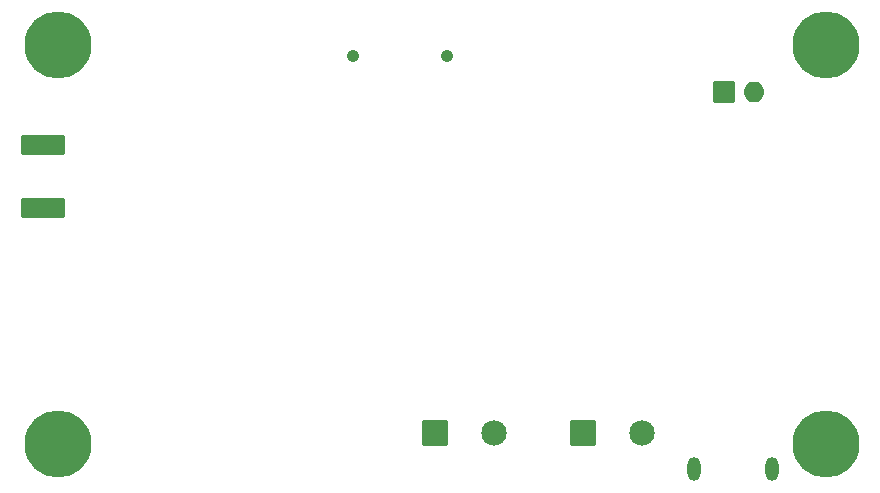
<source format=gbr>
%TF.GenerationSoftware,KiCad,Pcbnew,8.0.2*%
%TF.CreationDate,2024-05-15T15:04:27-04:00*%
%TF.ProjectId,stargazer,73746172-6761-47a6-9572-2e6b69636164,rev?*%
%TF.SameCoordinates,Original*%
%TF.FileFunction,Soldermask,Bot*%
%TF.FilePolarity,Negative*%
%FSLAX46Y46*%
G04 Gerber Fmt 4.6, Leading zero omitted, Abs format (unit mm)*
G04 Created by KiCad (PCBNEW 8.0.2) date 2024-05-15 15:04:27*
%MOMM*%
%LPD*%
G01*
G04 APERTURE LIST*
G04 Aperture macros list*
%AMRoundRect*
0 Rectangle with rounded corners*
0 $1 Rounding radius*
0 $2 $3 $4 $5 $6 $7 $8 $9 X,Y pos of 4 corners*
0 Add a 4 corners polygon primitive as box body*
4,1,4,$2,$3,$4,$5,$6,$7,$8,$9,$2,$3,0*
0 Add four circle primitives for the rounded corners*
1,1,$1+$1,$2,$3*
1,1,$1+$1,$4,$5*
1,1,$1+$1,$6,$7*
1,1,$1+$1,$8,$9*
0 Add four rect primitives between the rounded corners*
20,1,$1+$1,$2,$3,$4,$5,0*
20,1,$1+$1,$4,$5,$6,$7,0*
20,1,$1+$1,$6,$7,$8,$9,0*
20,1,$1+$1,$8,$9,$2,$3,0*%
G04 Aperture macros list end*
%ADD10RoundRect,0.102000X-0.975000X-0.975000X0.975000X-0.975000X0.975000X0.975000X-0.975000X0.975000X0*%
%ADD11C,2.154000*%
%ADD12C,5.676000*%
%ADD13C,1.066600*%
%ADD14RoundRect,0.038000X0.850000X-0.850000X0.850000X0.850000X-0.850000X0.850000X-0.850000X-0.850000X0*%
%ADD15O,1.776000X1.776000*%
%ADD16RoundRect,0.102000X-1.750000X-0.750000X1.750000X-0.750000X1.750000X0.750000X-1.750000X0.750000X0*%
%ADD17O,1.104000X2.004000*%
G04 APERTURE END LIST*
D10*
%TO.C,J4*%
X144362500Y-110600000D03*
D11*
X149362500Y-110600000D03*
%TD*%
D12*
%TO.C,H2*%
X112510000Y-111550000D03*
%TD*%
%TO.C,H4*%
X177510000Y-111550000D03*
%TD*%
D10*
%TO.C,J1*%
X156910000Y-110650000D03*
D11*
X161910000Y-110650000D03*
%TD*%
D13*
%TO.C,J6*%
X145434708Y-78696798D03*
X137434708Y-78696798D03*
%TD*%
D12*
%TO.C,H3*%
X177510000Y-77800000D03*
%TD*%
D14*
%TO.C,J3*%
X168860000Y-81775000D03*
D15*
X171400000Y-81775000D03*
%TD*%
D16*
%TO.C,J5*%
X111200000Y-86200000D03*
X111200000Y-91600000D03*
%TD*%
D17*
%TO.C,J2*%
X166310000Y-113700000D03*
X172910000Y-113700000D03*
%TD*%
D12*
%TO.C,H1*%
X112510000Y-77800000D03*
%TD*%
M02*

</source>
